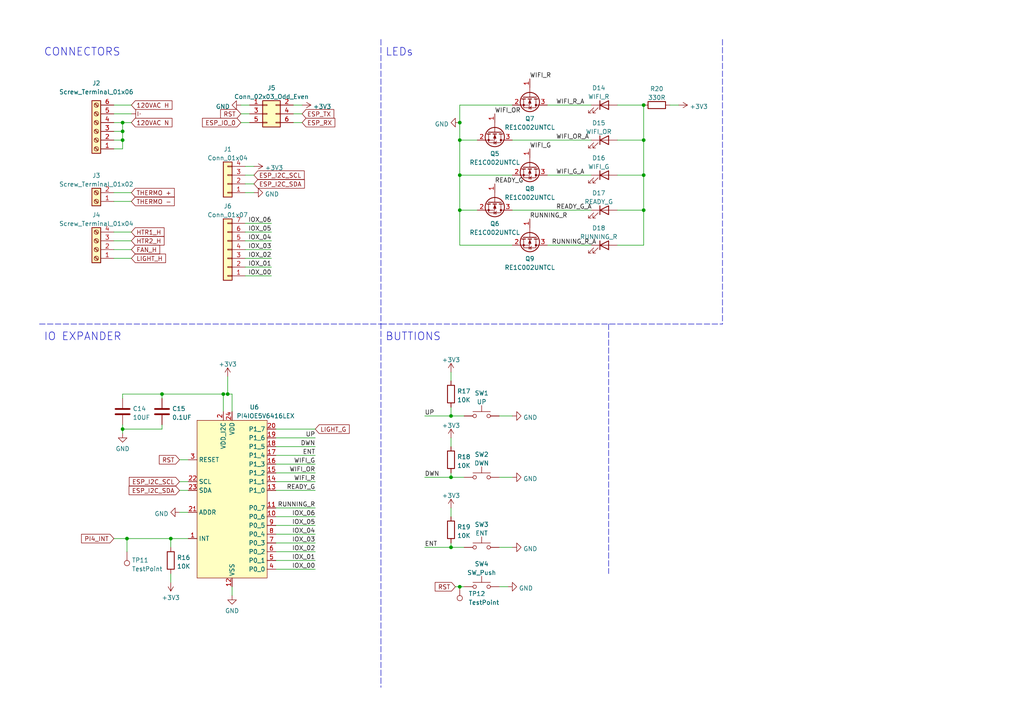
<source format=kicad_sch>
(kicad_sch (version 20211123) (generator eeschema)
  (paper "A4")
  (title_block (title "REFLOW OVEN RETOROFIT BORAD IO") (date "2022-12-25") (rev "B"))
  (lib_symbols
    (symbol "BUK7M6R3-40EX_2" (pin_names hide)
      (property "Reference" "Q1" (at 6.4754 0 90))
      (property "Value" "BUK7M6R3-40EX_2" (at 9.0123 0 90))
      (symbol "BUK7M6R3-40EX_2_0_1"
        (polyline (pts (xy 0.254 0) (xy -2.54 0)))
        (polyline (pts (xy 0.254 1.905) (xy 0.254 -1.905)) (stroke (width 0.254)))
        (polyline (pts (xy 0.762 -1.27) (xy 0.762 -2.286)) (stroke (width 0.254)))
        (polyline (pts (xy 0.762 0.508) (xy 0.762 -0.508)) (stroke (width 0.254)))
        (polyline (pts (xy 0.762 2.286) (xy 0.762 1.27)) (stroke (width 0.254)))
        (polyline (pts (xy 2.54 2.54) (xy 2.54 1.778)))
        (polyline (pts (xy 2.54 -2.54) (xy 2.54 0) (xy 0.762 0)))
        (polyline (pts (xy 0.762 -1.778) (xy 3.302 -1.778) (xy 3.302 1.778) (xy 0.762 1.778)))
        (polyline (pts (xy 1.016 0) (xy 2.032 0.381) (xy 2.032 -0.381) (xy 1.016 0)) (fill (type outline)))
        (polyline (pts (xy 2.794 0.508) (xy 2.921 0.381) (xy 3.683 0.381) (xy 3.81 0.254)))
        (polyline (pts (xy 3.302 0.381) (xy 2.921 -0.254) (xy 3.683 -0.254) (xy 3.302 0.381)))
        (circle (center 1.651 0) (radius 2.794) (stroke (width 0.254)))
        (circle (center 2.54 -1.778) (radius 0.254) (fill (type outline)))
        (circle (center 2.54 1.778) (radius 0.254) (fill (type outline)))
      )
      (symbol "BUK7M6R3-40EX_2_1_1"
        (pin passive line (at -5.08 0 0) (length 2.54) (name "G") (number "1"))
        (pin passive line (at 2.54 -5.08 90) (length 2.54) (name "S") (number "2"))
        (pin passive line (at 2.54 -5.08 90) (length 2.54) hide (name "S") (number "2"))
        (pin passive line (at 2.54 5.08 270) (length 2.54) (name "D") (number "3"))
        (pin passive line (at 2.54 -5.08 90) (length 2.54) hide (name "S") (number "3"))
      )
    )
    (symbol "Connector:Screw_Terminal_01x02" (pin_names (offset 1.016) hide)
      (property "Reference" "J" (at 0 2.54 0))
      (property "Value" "Screw_Terminal_01x02" (at 0 -5.08 0))
      (symbol "Screw_Terminal_01x02_1_1"
        (rectangle (start -1.27 1.27) (end 1.27 -3.81) (stroke (width 0.254)) (fill (type background)))
        (circle (center 0 -2.54) (radius 0.635) (stroke (width 0.1524)))
        (polyline (pts (xy -0.5334 -2.2098) (xy 0.3302 -3.048)) (stroke (width 0.1524)))
        (polyline (pts (xy -0.5334 0.3302) (xy 0.3302 -0.508)) (stroke (width 0.1524)))
        (polyline (pts (xy -0.3556 -2.032) (xy 0.508 -2.8702)) (stroke (width 0.1524)))
        (polyline (pts (xy -0.3556 0.508) (xy 0.508 -0.3302)) (stroke (width 0.1524)))
        (circle (center 0 0) (radius 0.635) (stroke (width 0.1524)))
        (pin passive line (at -5.08 0 0) (length 3.81) (name "Pin_1") (number "1"))
        (pin passive line (at -5.08 -2.54 0) (length 3.81) (name "Pin_2") (number "2"))
      )
    )
    (symbol "Connector:Screw_Terminal_01x04" (pin_names (offset 1.016) hide)
      (property "Reference" "J" (at 0 5.08 0))
      (property "Value" "Screw_Terminal_01x04" (at 0 -7.62 0))
      (symbol "Screw_Terminal_01x04_1_1"
        (rectangle (start -1.27 3.81) (end 1.27 -6.35) (stroke (width 0.254)) (fill (type background)))
        (circle (center 0 -5.08) (radius 0.635) (stroke (width 0.1524)))
        (circle (center 0 -2.54) (radius 0.635) (stroke (width 0.1524)))
        (polyline (pts (xy -0.5334 -4.7498) (xy 0.3302 -5.588)) (stroke (width 0.1524)))
        (polyline (pts (xy -0.5334 -2.2098) (xy 0.3302 -3.048)) (stroke (width 0.1524)))
        (polyline (pts (xy -0.5334 0.3302) (xy 0.3302 -0.508)) (stroke (width 0.1524)))
        (polyline (pts (xy -0.5334 2.8702) (xy 0.3302 2.032)) (stroke (width 0.1524)))
        (polyline (pts (xy -0.3556 -4.572) (xy 0.508 -5.4102)) (stroke (width 0.1524)))
        (polyline (pts (xy -0.3556 -2.032) (xy 0.508 -2.8702)) (stroke (width 0.1524)))
        (polyline (pts (xy -0.3556 0.508) (xy 0.508 -0.3302)) (stroke (width 0.1524)))
        (polyline (pts (xy -0.3556 3.048) (xy 0.508 2.2098)) (stroke (width 0.1524)))
        (circle (center 0 0) (radius 0.635) (stroke (width 0.1524)))
        (circle (center 0 2.54) (radius 0.635) (stroke (width 0.1524)))
        (pin passive line (at -5.08 2.54 0) (length 3.81) (name "Pin_1") (number "1"))
        (pin passive line (at -5.08 0 0) (length 3.81) (name "Pin_2") (number "2"))
        (pin passive line (at -5.08 -2.54 0) (length 3.81) (name "Pin_3") (number "3"))
        (pin passive line (at -5.08 -5.08 0) (length 3.81) (name "Pin_4") (number "4"))
      )
    )
    (symbol "Connector:Screw_Terminal_01x06" (pin_names (offset 1.016) hide)
      (property "Reference" "J" (at 0 7.62 0))
      (property "Value" "Screw_Terminal_01x06" (at 0 -10.16 0))
      (symbol "Screw_Terminal_01x06_1_1"
        (rectangle (start -1.27 6.35) (end 1.27 -8.89) (stroke (width 0.254)) (fill (type background)))
        (circle (center 0 -7.62) (radius 0.635) (stroke (width 0.1524)))
        (circle (center 0 -5.08) (radius 0.635) (stroke (width 0.1524)))
        (circle (center 0 -2.54) (radius 0.635) (stroke (width 0.1524)))
        (polyline (pts (xy -0.5334 -7.2898) (xy 0.3302 -8.128)) (stroke (width 0.1524)))
        (polyline (pts (xy -0.5334 -4.7498) (xy 0.3302 -5.588)) (stroke (width 0.1524)))
        (polyline (pts (xy -0.5334 -2.2098) (xy 0.3302 -3.048)) (stroke (width 0.1524)))
        (polyline (pts (xy -0.5334 0.3302) (xy 0.3302 -0.508)) (stroke (width 0.1524)))
        (polyline (pts (xy -0.5334 2.8702) (xy 0.3302 2.032)) (stroke (width 0.1524)))
        (polyline (pts (xy -0.5334 5.4102) (xy 0.3302 4.572)) (stroke (width 0.1524)))
        (polyline (pts (xy -0.3556 -7.112) (xy 0.508 -7.9502)) (stroke (width 0.1524)))
        (polyline (pts (xy -0.3556 -4.572) (xy 0.508 -5.4102)) (stroke (width 0.1524)))
        (polyline (pts (xy -0.3556 -2.032) (xy 0.508 -2.8702)) (stroke (width 0.1524)))
        (polyline (pts (xy -0.3556 0.508) (xy 0.508 -0.3302)) (stroke (width 0.1524)))
        (polyline (pts (xy -0.3556 3.048) (xy 0.508 2.2098)) (stroke (width 0.1524)))
        (polyline (pts (xy -0.3556 5.588) (xy 0.508 4.7498)) (stroke (width 0.1524)))
        (circle (center 0 0) (radius 0.635) (stroke (width 0.1524)))
        (circle (center 0 2.54) (radius 0.635) (stroke (width 0.1524)))
        (circle (center 0 5.08) (radius 0.635) (stroke (width 0.1524)))
        (pin passive line (at -5.08 5.08 0) (length 3.81) (name "Pin_1") (number "1"))
        (pin passive line (at -5.08 2.54 0) (length 3.81) (name "Pin_2") (number "2"))
        (pin passive line (at -5.08 0 0) (length 3.81) (name "Pin_3") (number "3"))
        (pin passive line (at -5.08 -2.54 0) (length 3.81) (name "Pin_4") (number "4"))
        (pin passive line (at -5.08 -5.08 0) (length 3.81) (name "Pin_5") (number "5"))
        (pin passive line (at -5.08 -7.62 0) (length 3.81) (name "Pin_6") (number "6"))
      )
    )
    (symbol "Connector:TestPoint" (pin_numbers hide) (pin_names (offset 0.762) hide)
      (property "Reference" "TP" (at 0 6.858 0))
      (property "Value" "TestPoint" (at 0 5.08 0))
      (symbol "TestPoint_0_1"
        (circle (center 0 3.302) (radius 0.762))
      )
      (symbol "TestPoint_1_1"
        (pin passive line (at 0 0 90) (length 2.54) (name "1") (number "1"))
      )
    )
    (symbol "Connector_Generic:Conn_01x04" (pin_names (offset 1.016) hide)
      (property "Reference" "J" (at 0 5.08 0))
      (property "Value" "Conn_01x04" (at 0 -7.62 0))
      (symbol "Conn_01x04_1_1"
        (rectangle (start -1.27 -4.953) (end 0 -5.207) (stroke (width 0.1524)))
        (rectangle (start -1.27 -2.413) (end 0 -2.667) (stroke (width 0.1524)))
        (rectangle (start -1.27 0.127) (end 0 -0.127) (stroke (width 0.1524)))
        (rectangle (start -1.27 2.667) (end 0 2.413) (stroke (width 0.1524)))
        (rectangle (start -1.27 3.81) (end 1.27 -6.35) (stroke (width 0.254)) (fill (type background)))
        (pin passive line (at -5.08 2.54 0) (length 3.81) (name "Pin_1") (number "1"))
        (pin passive line (at -5.08 0 0) (length 3.81) (name "Pin_2") (number "2"))
        (pin passive line (at -5.08 -2.54 0) (length 3.81) (name "Pin_3") (number "3"))
        (pin passive line (at -5.08 -5.08 0) (length 3.81) (name "Pin_4") (number "4"))
      )
    )
    (symbol "Connector_Generic:Conn_01x07" (pin_names (offset 1.016) hide)
      (property "Reference" "J" (at 0 10.16 0))
      (property "Value" "Conn_01x07" (at 0 -10.16 0))
      (symbol "Conn_01x07_1_1"
        (rectangle (start -1.27 -7.493) (end 0 -7.747) (stroke (width 0.1524)))
        (rectangle (start -1.27 -4.953) (end 0 -5.207) (stroke (width 0.1524)))
        (rectangle (start -1.27 -2.413) (end 0 -2.667) (stroke (width 0.1524)))
        (rectangle (start -1.27 0.127) (end 0 -0.127) (stroke (width 0.1524)))
        (rectangle (start -1.27 2.667) (end 0 2.413) (stroke (width 0.1524)))
        (rectangle (start -1.27 5.207) (end 0 4.953) (stroke (width 0.1524)))
        (rectangle (start -1.27 7.747) (end 0 7.493) (stroke (width 0.1524)))
        (rectangle (start -1.27 8.89) (end 1.27 -8.89) (stroke (width 0.254)) (fill (type background)))
        (pin passive line (at -5.08 7.62 0) (length 3.81) (name "Pin_1") (number "1"))
        (pin passive line (at -5.08 5.08 0) (length 3.81) (name "Pin_2") (number "2"))
        (pin passive line (at -5.08 2.54 0) (length 3.81) (name "Pin_3") (number "3"))
        (pin passive line (at -5.08 0 0) (length 3.81) (name "Pin_4") (number "4"))
        (pin passive line (at -5.08 -2.54 0) (length 3.81) (name "Pin_5") (number "5"))
        (pin passive line (at -5.08 -5.08 0) (length 3.81) (name "Pin_6") (number "6"))
        (pin passive line (at -5.08 -7.62 0) (length 3.81) (name "Pin_7") (number "7"))
      )
    )
    (symbol "Connector_Generic:Conn_02x03_Odd_Even" (pin_names (offset 1.016) hide)
      (property "Reference" "J" (at 1.27 5.08 0))
      (property "Value" "Conn_02x03_Odd_Even" (at 1.27 -5.08 0))
      (symbol "Conn_02x03_Odd_Even_1_1"
        (rectangle (start -1.27 -2.413) (end 0 -2.667) (stroke (width 0.1524)))
        (rectangle (start -1.27 0.127) (end 0 -0.127) (stroke (width 0.1524)))
        (rectangle (start -1.27 2.667) (end 0 2.413) (stroke (width 0.1524)))
        (rectangle (start -1.27 3.81) (end 3.81 -3.81) (stroke (width 0.254)) (fill (type background)))
        (rectangle (start 3.81 -2.413) (end 2.54 -2.667) (stroke (width 0.1524)))
        (rectangle (start 3.81 0.127) (end 2.54 -0.127) (stroke (width 0.1524)))
        (rectangle (start 3.81 2.667) (end 2.54 2.413) (stroke (width 0.1524)))
        (pin passive line (at -5.08 2.54 0) (length 3.81) (name "Pin_1") (number "1"))
        (pin passive line (at 7.62 2.54 180) (length 3.81) (name "Pin_2") (number "2"))
        (pin passive line (at -5.08 0 0) (length 3.81) (name "Pin_3") (number "3"))
        (pin passive line (at 7.62 0 180) (length 3.81) (name "Pin_4") (number "4"))
        (pin passive line (at -5.08 -2.54 0) (length 3.81) (name "Pin_5") (number "5"))
        (pin passive line (at 7.62 -2.54 180) (length 3.81) (name "Pin_6") (number "6"))
      )
    )
    (symbol "Device:C" (pin_numbers hide) (pin_names (offset 0.254))
      (property "Reference" "C" (at 0.635 2.54 0))
      (property "Value" "C" (at 0.635 -2.54 0))
      (symbol "C_0_1"
        (polyline (pts (xy -2.032 -0.762) (xy 2.032 -0.762)) (stroke (width 0.508)))
        (polyline (pts (xy -2.032 0.762) (xy 2.032 0.762)) (stroke (width 0.508)))
      )
      (symbol "C_1_1"
        (pin passive line (at 0 3.81 270) (length 2.794) (name "~") (number "1"))
        (pin passive line (at 0 -3.81 90) (length 2.794) (name "~") (number "2"))
      )
    )
    (symbol "Device:LED" (pin_numbers hide) (pin_names (offset 1.016) hide)
      (property "Reference" "D" (at 0 2.54 0))
      (property "Value" "LED" (at 0 -2.54 0))
      (symbol "LED_0_1"
        (polyline (pts (xy -1.27 -1.27) (xy -1.27 1.27)) (stroke (width 0.254)))
        (polyline (pts (xy -1.27 0) (xy 1.27 0)))
        (polyline (pts (xy 1.27 -1.27) (xy 1.27 1.27) (xy -1.27 0) (xy 1.27 -1.27)) (stroke (width 0.254)))
        (polyline (pts (xy -3.048 -0.762) (xy -4.572 -2.286) (xy -3.81 -2.286) (xy -4.572 -2.286) (xy -4.572 -1.524)))
        (polyline (pts (xy -1.778 -0.762) (xy -3.302 -2.286) (xy -2.54 -2.286) (xy -3.302 -2.286) (xy -3.302 -1.524)))
      )
      (symbol "LED_1_1"
        (pin passive line (at -3.81 0 0) (length 2.54) (name "K") (number "1"))
        (pin passive line (at 3.81 0 180) (length 2.54) (name "A") (number "2"))
      )
    )
    (symbol "Device:R" (pin_numbers hide) (pin_names (offset 0))
      (property "Reference" "R" (at 2.032 0 90))
      (property "Value" "R" (at 0 0 90))
      (symbol "R_0_1"
        (rectangle (start -1.016 -2.54) (end 1.016 2.54) (stroke (width 0.254)))
      )
      (symbol "R_1_1"
        (pin passive line (at 0 3.81 270) (length 1.27) (name "~") (number "1"))
        (pin passive line (at 0 -3.81 90) (length 1.27) (name "~") (number "2"))
      )
    )
    (symbol "EXTRA:PI4IOE5V6416LEX"
      (property "Reference" "U" (at 0 -2.54 0))
      (property "Value" "PI4IOE5V6416LEX" (at 0 0 0))
      (symbol "PI4IOE5V6416LEX_0_1"
        (rectangle (start -10.16 -10.16) (end 10.16 -55.88) (fill (type background)))
      )
      (symbol "PI4IOE5V6416LEX_1_1"
        (pin output line (at -12.7 -44.45 0) (length 2.54) (name "INT") (number "1"))
        (pin bidirectional line (at 12.7 -38.1 180) (length 2.54) (name "P0_6") (number "10"))
        (pin bidirectional line (at 12.7 -35.56 180) (length 2.54) (name "P0_7") (number "11"))
        (pin power_in line (at 0 -58.42 90) (length 2.54) (name "VSS") (number "12"))
        (pin bidirectional line (at 12.7 -30.48 180) (length 2.54) (name "P1_0") (number "13"))
        (pin bidirectional line (at 12.7 -27.94 180) (length 2.54) (name "P1_1") (number "14"))
        (pin bidirectional line (at 12.7 -25.4 180) (length 2.54) (name "P1_2") (number "15"))
        (pin bidirectional line (at 12.7 -22.86 180) (length 2.54) (name "P1_3") (number "16"))
        (pin bidirectional line (at 12.7 -20.32 180) (length 2.54) (name "P1_4") (number "17"))
        (pin bidirectional line (at 12.7 -17.78 180) (length 2.54) (name "P1_5") (number "18"))
        (pin bidirectional line (at 12.7 -15.24 180) (length 2.54) (name "P1_6") (number "19"))
        (pin power_in line (at -2.54 -7.62 270) (length 2.54) (name "VDD_I2C") (number "2"))
        (pin bidirectional line (at 12.7 -12.7 180) (length 2.54) (name "P1_7") (number "20"))
        (pin input line (at -12.7 -36.83 0) (length 2.54) (name "ADDR") (number "21"))
        (pin input line (at -12.7 -27.94 0) (length 2.54) (name "SCL") (number "22"))
        (pin bidirectional line (at -12.7 -30.48 0) (length 2.54) (name "SDA") (number "23"))
        (pin power_in line (at 0 -7.62 270) (length 2.54) (name "VDD") (number "24"))
        (pin input line (at -12.7 -21.59 0) (length 2.54) (name "RESET") (number "3"))
        (pin bidirectional line (at 12.7 -53.34 180) (length 2.54) (name "P0_0") (number "4"))
        (pin bidirectional line (at 12.7 -50.8 180) (length 2.54) (name "P0_1") (number "5"))
        (pin bidirectional line (at 12.7 -48.26 180) (length 2.54) (name "P0_2") (number "6"))
        (pin bidirectional line (at 12.7 -45.72 180) (length 2.54) (name "P0_3") (number "7"))
        (pin bidirectional line (at 12.7 -43.18 180) (length 2.54) (name "P0_4") (number "8"))
        (pin bidirectional line (at 12.7 -40.64 180) (length 2.54) (name "P0_5") (number "9"))
      )
    )
    (symbol "Switch:SW_Push" (pin_numbers hide) (pin_names (offset 1.016) hide)
      (property "Reference" "SW" (at 1.27 2.54 0))
      (property "Value" "SW_Push" (at 0 -1.524 0))
      (symbol "SW_Push_0_1"
        (circle (center -2.032 0) (radius 0.508))
        (polyline (pts (xy 0 1.27) (xy 0 3.048)))
        (polyline (pts (xy 2.54 1.27) (xy -2.54 1.27)))
        (circle (center 2.032 0) (radius 0.508))
        (pin passive line (at -5.08 0 0) (length 2.54) (name "1") (number "1"))
        (pin passive line (at 5.08 0 180) (length 2.54) (name "2") (number "2"))
      )
    )
    (symbol "power:+3V3" (power) (pin_names (offset 0))
      (property "Value" "+3V3" (at 0 3.556 0))
      (symbol "+3V3_0_1"
        (polyline (pts (xy -0.762 1.27) (xy 0 2.54)))
        (polyline (pts (xy 0 0) (xy 0 2.54)))
        (polyline (pts (xy 0 2.54) (xy 0.762 1.27)))
      )
      (symbol "+3V3_1_1"
        (pin power_in line (at 0 0 90) (length 0) hide (name "+3V3") (number "1"))
      )
    )
    (symbol "power:Earth" (power) (pin_names (offset 0))
      (symbol "Earth_0_1"
        (polyline (pts (xy -0.635 -1.905) (xy 0.635 -1.905)))
        (polyline (pts (xy -0.127 -2.54) (xy 0.127 -2.54)))
        (polyline (pts (xy 0 -1.27) (xy 0 0)))
        (polyline (pts (xy 1.27 -1.27) (xy -1.27 -1.27)))
      )
      (symbol "Earth_1_1"
        (pin power_in line (at 0 0 270) (length 0) hide (name "Earth") (number "1"))
      )
    )
    (symbol "power:GND" (power) (pin_names (offset 0))
      (property "Value" "GND" (at 0 -3.81 0))
      (symbol "GND_0_1"
        (polyline (pts (xy 0 0) (xy 0 -1.27) (xy 1.27 -1.27) (xy 0 -2.54) (xy -1.27 -1.27) (xy 0 -1.27)))
      )
      (symbol "GND_1_1"
        (pin power_in line (at 0 0 270) (length 0) hide (name "GND") (number "1"))
      )
    )
  )
  (junction (at 186.69 60.96))
  (junction (at 130.81 158.75))
  (junction (at 130.81 138.43))
  (junction (at 35.56 40.64))
  (junction (at 46.99 114.3))
  (junction (at 49.53 156.21))
  (junction (at 130.81 120.65))
  (junction (at 35.56 38.1))
  (junction (at 186.69 50.8))
  (junction (at 186.69 30.48))
  (junction (at 133.35 35.56))
  (junction (at 133.35 40.64))
  (junction (at 35.56 124.46))
  (junction (at 133.35 50.8))
  (junction (at 35.56 35.56))
  (junction (at 186.69 40.64))
  (junction (at 133.35 60.96))
  (junction (at 64.77 114.3))
  (junction (at 36.83 156.21))
  (junction (at 66.04 114.3))
  (junction (at 133.35 170.18))
  (wire (pts (xy 80.01 162.56) (xy 91.44 162.56)))
  (wire (pts (xy 144.78 120.65) (xy 148.59 120.65)))
  (polyline (pts (xy 11.43 93.98) (xy 110.49 93.98)))
  (wire (pts (xy 133.35 50.8) (xy 148.59 50.8)))
  (wire (pts (xy 80.01 152.4) (xy 91.44 152.4)))
  (wire (pts (xy 134.62 120.65) (xy 130.81 120.65)))
  (wire (pts (xy 85.09 33.02) (xy 87.63 33.02)))
  (wire (pts (xy 33.02 30.48) (xy 38.1 30.48)))
  (wire (pts (xy 66.04 109.22) (xy 66.04 114.3)))
  (wire (pts (xy 33.02 38.1) (xy 35.56 38.1)))
  (wire (pts (xy 130.81 157.48) (xy 130.81 158.75)))
  (wire (pts (xy 71.12 80.01) (xy 78.74 80.01)))
  (wire (pts (xy 147.32 170.18) (xy 144.78 170.18)))
  (wire (pts (xy 133.35 50.8) (xy 133.35 60.96)))
  (wire (pts (xy 52.07 142.24) (xy 54.61 142.24)))
  (wire (pts (xy 80.01 134.62) (xy 91.44 134.62)))
  (wire (pts (xy 179.07 40.64) (xy 186.69 40.64)))
  (wire (pts (xy 80.01 154.94) (xy 91.44 154.94)))
  (wire (pts (xy 46.99 123.19) (xy 46.99 124.46)))
  (wire (pts (xy 71.12 69.85) (xy 78.74 69.85)))
  (wire (pts (xy 71.12 74.93) (xy 78.74 74.93)))
  (wire (pts (xy 46.99 114.3) (xy 35.56 114.3)))
  (wire (pts (xy 80.01 147.32) (xy 91.44 147.32)))
  (wire (pts (xy 148.59 30.48) (xy 133.35 30.48)))
  (wire (pts (xy 33.02 55.88) (xy 38.1 55.88)))
  (wire (pts (xy 35.56 114.3) (xy 35.56 115.57)))
  (wire (pts (xy 33.02 156.21) (xy 36.83 156.21)))
  (wire (pts (xy 80.01 129.54) (xy 91.44 129.54)))
  (wire (pts (xy 33.02 43.18) (xy 35.56 43.18)))
  (wire (pts (xy 71.12 64.77) (xy 78.74 64.77)))
  (wire (pts (xy 130.81 138.43) (xy 134.62 138.43)))
  (wire (pts (xy 80.01 142.24) (xy 91.44 142.24)))
  (polyline (pts (xy 110.49 11.43) (xy 110.49 199.39)))
  (wire (pts (xy 186.69 30.48) (xy 186.69 40.64)))
  (wire (pts (xy 123.19 138.43) (xy 130.81 138.43)))
  (wire (pts (xy 144.78 158.75) (xy 148.59 158.75)))
  (wire (pts (xy 123.19 158.75) (xy 130.81 158.75)))
  (wire (pts (xy 133.35 60.96) (xy 138.43 60.96)))
  (wire (pts (xy 130.81 147.32) (xy 130.81 149.86)))
  (wire (pts (xy 80.01 157.48) (xy 91.44 157.48)))
  (wire (pts (xy 67.31 114.3) (xy 66.04 114.3)))
  (wire (pts (xy 80.01 137.16) (xy 91.44 137.16)))
  (wire (pts (xy 36.83 156.21) (xy 36.83 160.02)))
  (wire (pts (xy 133.35 35.56) (xy 133.35 40.64)))
  (wire (pts (xy 52.07 148.59) (xy 54.61 148.59)))
  (wire (pts (xy 130.81 137.16) (xy 130.81 138.43)))
  (wire (pts (xy 33.02 72.39) (xy 38.1 72.39)))
  (wire (pts (xy 148.59 40.64) (xy 171.45 40.64)))
  (wire (pts (xy 33.02 35.56) (xy 35.56 35.56)))
  (wire (pts (xy 130.81 107.95) (xy 130.81 110.49)))
  (wire (pts (xy 35.56 38.1) (xy 35.56 40.64)))
  (wire (pts (xy 33.02 74.93) (xy 38.1 74.93)))
  (wire (pts (xy 130.81 120.65) (xy 130.81 118.11)))
  (wire (pts (xy 133.35 40.64) (xy 138.43 40.64)))
  (wire (pts (xy 35.56 35.56) (xy 38.1 35.56)))
  (wire (pts (xy 71.12 50.8) (xy 73.66 50.8)))
  (wire (pts (xy 123.19 120.65) (xy 130.81 120.65)))
  (polyline (pts (xy 176.53 93.98) (xy 176.53 166.37)))
  (wire (pts (xy 80.01 124.46) (xy 91.44 124.46)))
  (wire (pts (xy 80.01 160.02) (xy 91.44 160.02)))
  (wire (pts (xy 80.01 165.1) (xy 91.44 165.1)))
  (wire (pts (xy 133.35 170.18) (xy 132.08 170.18)))
  (wire (pts (xy 67.31 119.38) (xy 67.31 114.3)))
  (wire (pts (xy 35.56 123.19) (xy 35.56 124.46)))
  (wire (pts (xy 71.12 53.34) (xy 73.66 53.34)))
  (wire (pts (xy 85.09 35.56) (xy 87.63 35.56)))
  (wire (pts (xy 158.75 30.48) (xy 171.45 30.48)))
  (wire (pts (xy 186.69 40.64) (xy 186.69 50.8)))
  (wire (pts (xy 80.01 127) (xy 91.44 127)))
  (wire (pts (xy 133.35 71.12) (xy 148.59 71.12)))
  (wire (pts (xy 186.69 71.12) (xy 179.07 71.12)))
  (wire (pts (xy 133.35 40.64) (xy 133.35 50.8)))
  (wire (pts (xy 85.09 30.48) (xy 87.63 30.48)))
  (wire (pts (xy 133.35 30.48) (xy 133.35 35.56)))
  (wire (pts (xy 80.01 149.86) (xy 91.44 149.86)))
  (wire (pts (xy 71.12 67.31) (xy 78.74 67.31)))
  (wire (pts (xy 33.02 58.42) (xy 38.1 58.42)))
  (wire (pts (xy 80.01 139.7) (xy 91.44 139.7)))
  (wire (pts (xy 52.07 139.7) (xy 54.61 139.7)))
  (wire (pts (xy 33.02 33.02) (xy 38.1 33.02)))
  (wire (pts (xy 130.81 127) (xy 130.81 129.54)))
  (wire (pts (xy 186.69 60.96) (xy 186.69 71.12)))
  (wire (pts (xy 35.56 124.46) (xy 35.56 125.73)))
  (wire (pts (xy 69.85 33.02) (xy 72.39 33.02)))
  (wire (pts (xy 33.02 40.64) (xy 35.56 40.64)))
  (wire (pts (xy 46.99 115.57) (xy 46.99 114.3)))
  (wire (pts (xy 36.83 156.21) (xy 49.53 156.21)))
  (wire (pts (xy 33.02 67.31) (xy 38.1 67.31)))
  (wire (pts (xy 67.31 170.18) (xy 67.31 172.72)))
  (wire (pts (xy 194.31 30.48) (xy 196.85 30.48)))
  (wire (pts (xy 130.81 158.75) (xy 134.62 158.75)))
  (wire (pts (xy 66.04 114.3) (xy 64.77 114.3)))
  (wire (pts (xy 69.85 30.48) (xy 72.39 30.48)))
  (wire (pts (xy 179.07 60.96) (xy 186.69 60.96)))
  (wire (pts (xy 52.07 133.35) (xy 54.61 133.35)))
  (wire (pts (xy 46.99 114.3) (xy 64.77 114.3)))
  (wire (pts (xy 71.12 48.26) (xy 73.66 48.26)))
  (polyline (pts (xy 209.55 11.43) (xy 209.55 93.98)))
  (wire (pts (xy 71.12 55.88) (xy 73.66 55.88)))
  (wire (pts (xy 71.12 77.47) (xy 78.74 77.47)))
  (wire (pts (xy 35.56 40.64) (xy 35.56 43.18)))
  (wire (pts (xy 49.53 156.21) (xy 49.53 158.75)))
  (wire (pts (xy 158.75 71.12) (xy 171.45 71.12)))
  (wire (pts (xy 46.99 124.46) (xy 35.56 124.46)))
  (wire (pts (xy 80.01 132.08) (xy 91.44 132.08)))
  (wire (pts (xy 49.53 166.37) (xy 49.53 168.91)))
  (wire (pts (xy 71.12 72.39) (xy 78.74 72.39)))
  (wire (pts (xy 186.69 50.8) (xy 186.69 60.96)))
  (wire (pts (xy 179.07 30.48) (xy 186.69 30.48)))
  (wire (pts (xy 69.85 35.56) (xy 72.39 35.56)))
  (wire (pts (xy 49.53 156.21) (xy 54.61 156.21)))
  (polyline (pts (xy 110.49 93.98) (xy 209.55 93.98)))
  (wire (pts (xy 64.77 119.38) (xy 64.77 114.3)))
  (wire (pts (xy 33.02 69.85) (xy 38.1 69.85)))
  (wire (pts (xy 158.75 50.8) (xy 171.45 50.8)))
  (wire (pts (xy 133.35 60.96) (xy 133.35 71.12)))
  (wire (pts (xy 35.56 35.56) (xy 35.56 38.1)))
  (wire (pts (xy 179.07 50.8) (xy 186.69 50.8)))
  (wire (pts (xy 134.62 170.18) (xy 133.35 170.18)))
  (wire (pts (xy 148.59 60.96) (xy 171.45 60.96)))
  (wire (pts (xy 144.78 138.43) (xy 148.59 138.43)))
  (text "CONNECTORS" (at 12.7 16.51 0) (effects (font (size 2.25 2.25)) (justify left bottom)))
  (text "BUTTIONS" (at 111.76 99.06 0) (effects (font (size 2.25 2.25)) (justify left bottom)))
  (text "LEDs" (at 111.76 16.51 0) (effects (font (size 2.25 2.25)) (justify left bottom)))
  (text "IO EXPANDER\n" (at 12.7 99.06 0) (effects (font (size 2.25 2.25)) (justify left bottom)))
  (label "IOX_01" (at 78.74 77.47 180))
  (label "IOX_00" (at 91.44 165.1 180))
  (label "WIFI_R" (at 153.67 22.86 0))
  (label "RUNNING_R" (at 153.67 63.5 0))
  (label "UP" (at 123.19 120.65 0))
  (label "IOX_06" (at 78.74 64.77 180))
  (label "IOX_00" (at 78.74 80.01 180))
  (label "READY_G_A" (at 161.29 60.96 0))
  (label "WIFI_R_A" (at 161.29 30.48 0))
  (label "WIFI_OR" (at 143.51 33.02 0))
  (label "RUNNING_R_A" (at 160.02 71.12 0))
  (label "WIFI_R" (at 91.44 139.7 180))
  (label "IOX_03" (at 78.74 72.39 180))
  (label "IOX_01" (at 91.44 162.56 180))
  (label "IOX_02" (at 91.44 160.02 180))
  (label "WIFI_G_A" (at 161.29 50.8 0))
  (label "IOX_03" (at 91.44 157.48 180))
  (label "WIFI_OR" (at 91.44 137.16 180))
  (label "READY_G" (at 91.44 142.24 180))
  (label "RUNNING_R" (at 91.44 147.32 180))
  (label "DWN" (at 91.44 129.54 180))
  (label "WIFI_G" (at 153.67 43.18 0))
  (label "IOX_06" (at 91.44 149.86 180))
  (label "IOX_02" (at 78.74 74.93 180))
  (label "IOX_04" (at 78.74 69.85 180))
  (label "WIFI_OR_A" (at 161.29 40.64 0))
  (label "IOX_04" (at 91.44 154.94 180))
  (label "WIFI_G" (at 91.44 134.62 180))
  (label "ENT" (at 123.19 158.75 0))
  (label "DWN" (at 123.19 138.43 0))
  (label "READY_G" (at 143.51 53.34 0))
  (label "ENT" (at 91.44 132.08 180))
  (label "UP" (at 91.44 127 180))
  (label "IOX_05" (at 91.44 152.4 180))
  (label "IOX_05" (at 78.74 67.31 180))
  (global_label "PI4_INT" (shape input) (at 33.02 156.21 180) (property "Intersheet References" "${INTERSHEET_REFS}" (effects hide)))
  (global_label "ESP_I2C_SCL" (shape input) (at 52.07 139.7 180) (property "Intersheet References" "${INTERSHEET_REFS}" (effects hide)))
  (global_label "RST" (shape input) (at 52.07 133.35 180) (property "Intersheet References" "${INTERSHEET_REFS}" (effects hide)))
  (global_label "ESP_I2C_SDA" (shape input) (at 73.66 53.34 0) (property "Intersheet References" "${INTERSHEET_REFS}" (effects hide)))
  (global_label "ESP_IO_0" (shape input) (at 69.85 35.56 180) (property "Intersheet References" "${INTERSHEET_REFS}" (effects hide)))
  (global_label "120VAC N" (shape input) (at 38.1 35.56 0) (property "Intersheet References" "${INTERSHEET_REFS}" (effects hide)))
  (global_label "RST" (shape input) (at 132.08 170.18 180) (property "Intersheet References" "${INTERSHEET_REFS}" (effects hide)))
  (global_label "RST" (shape input) (at 69.85 33.02 180) (property "Intersheet References" "${INTERSHEET_REFS}" (effects hide)))
  (global_label "HTR2_H" (shape input) (at 38.1 69.85 0) (property "Intersheet References" "${INTERSHEET_REFS}" (effects hide)))
  (global_label "LIGHT_H" (shape input) (at 38.1 74.93 0) (property "Intersheet References" "${INTERSHEET_REFS}" (effects hide)))
  (global_label "THERMO +" (shape input) (at 38.1 55.88 0) (property "Intersheet References" "${INTERSHEET_REFS}" (effects hide)))
  (global_label "LIGHT_G" (shape input) (at 91.44 124.46 0) (property "Intersheet References" "${INTERSHEET_REFS}" (effects hide)))
  (global_label "FAN_H" (shape input) (at 38.1 72.39 0) (property "Intersheet References" "${INTERSHEET_REFS}" (effects hide)))
  (global_label "ESP_RX" (shape input) (at 87.63 35.56 0) (property "Intersheet References" "${INTERSHEET_REFS}" (effects hide)))
  (global_label "ESP_TX" (shape input) (at 87.63 33.02 0) (property "Intersheet References" "${INTERSHEET_REFS}" (effects hide)))
  (global_label "THERMO -" (shape input) (at 38.1 58.42 0) (property "Intersheet References" "${INTERSHEET_REFS}" (effects hide)))
  (global_label "ESP_I2C_SDA" (shape input) (at 52.07 142.24 180) (property "Intersheet References" "${INTERSHEET_REFS}" (effects hide)))
  (global_label "HTR1_H" (shape input) (at 38.1 67.31 0) (property "Intersheet References" "${INTERSHEET_REFS}" (effects hide)))
  (global_label "ESP_I2C_SCL" (shape input) (at 73.66 50.8 0) (property "Intersheet References" "${INTERSHEET_REFS}" (effects hide)))
  (global_label "120VAC H" (shape input) (at 38.1 30.48 0) (property "Intersheet References" "${INTERSHEET_REFS}" (effects hide)))
  (symbol (lib_name "BUK7M6R3-40EX_2") (lib_id "Transistor_FET:BUK7M6R3-40EX") (at 153.67 48.26 270) (unit 1)
    (property "Reference" "Q8" (at 153.67 54.7354 90))
    (property "Value" "RE1C002UNTCL" (at 153.67 57.2723 90))
    (property "Footprint" "Package_TO_SOT_SMD:SOT-416" (effects hide))
    (property "Datasheet" "https://assets.nexperia.com/documents/data-sheet/BUK7M6R3-40E.pdf" (effects hide))
  )
  (symbol (lib_id "Connector_Generic:Conn_01x07") (at 66.04 72.39 180) (unit 1)
    (property "Reference" "J6" (at 66.04 59.8002 0))
    (property "Value" "Conn_01x07" (at 66.04 62.3371 0))
    (property "Footprint" "Connector_PinHeader_2.54mm:PinHeader_1x07_P2.54mm_Vertical" (effects hide))
  )
  (symbol (lib_id "Switch:SW_Push") (at 139.7 158.75 0) (unit 1)
    (property "Reference" "SW3" (at 139.7 152.1292 0))
    (property "Value" "ENT" (at 139.7 154.6661 0))
    (property "Footprint" "Button_Switch_Keyboard:SW_Cherry_MX_1.00u_PCB" (effects hide))
  )
  (symbol (lib_id "Device:LED") (at 175.26 71.12 0) (unit 1)
    (property "Reference" "D18" (at 173.6725 66.1502 0))
    (property "Value" "RUNNING_R" (at 173.6725 68.6871 0))
    (property "Footprint" "Diode_SMD:D_0603_1608Metric" (effects hide))
  )
  (symbol (lib_id "power:GND") (at 147.32 170.18 90) (mirror x) (unit 1)
    (property "Reference" "#PWR051" (effects hide))
    (property "Value" "GND" (at 150.4949 170.6138 90) (effects (justify right)))
  )
  (symbol (lib_id "power:GND") (at 52.07 148.59 270) (unit 1)
    (property "Reference" "#PWR045" (effects hide))
    (property "Value" "GND" (at 48.8951 149.0238 90) (effects (justify right)))
  )
  (symbol (lib_id "power:GND") (at 69.85 30.48 270) (unit 1)
    (property "Reference" "#PWR038" (effects hide))
    (property "Value" "GND" (at 66.6751 30.9138 90) (effects (justify right)))
  )
  (symbol (lib_id "Connector:Screw_Terminal_01x06") (at 27.94 38.1 180) (unit 1)
    (property "Reference" "J2" (at 27.94 24.13 0))
    (property "Value" "Screw_Terminal_01x06" (at 27.94 26.67 0))
    (property "Footprint" "EXTRA:SCREW_TERM_5MM_7" (effects hide))
  )
  (symbol (lib_id "power:+3V3") (at 73.66 48.26 270) (unit 1)
    (property "Reference" "#PWR039" (effects hide))
    (property "Value" "+3V3" (at 76.835 48.6938 90) (effects (justify left)))
  )
  (symbol (lib_name "BUK7M6R3-40EX_2") (lib_id "Transistor_FET:BUK7M6R3-40EX") (at 153.67 68.58 270) (unit 1)
    (property "Reference" "Q9" (at 153.67 75.0554 90))
    (property "Value" "RE1C002UNTCL" (at 153.67 77.5923 90))
    (property "Footprint" "Package_TO_SOT_SMD:SOT-416" (effects hide))
    (property "Datasheet" "https://assets.nexperia.com/documents/data-sheet/BUK7M6R3-40E.pdf" (effects hide))
  )
  (symbol (lib_id "power:GND") (at 73.66 55.88 90) (unit 1)
    (property "Reference" "#PWR040" (effects hide))
    (property "Value" "GND" (at 76.835 56.3138 90) (effects (justify right)))
  )
  (symbol (lib_id "power:GND") (at 67.31 172.72 0) (unit 1)
    (property "Reference" "#PWR047" (effects hide))
    (property "Value" "GND" (at 67.31 177.1634 0))
  )
  (symbol (lib_id "power:+3V3") (at 66.04 109.22 0) (unit 1)
    (property "Reference" "#PWR046" (effects hide))
    (property "Value" "+3V3" (at 66.04 105.6442 0))
  )
  (symbol (lib_id "Device:R") (at 49.53 162.56 0) (unit 1)
    (property "Reference" "R16" (at 51.308 161.7253 0) (effects (justify left)))
    (property "Value" "10K" (at 51.308 164.2622 0) (effects (justify left)))
    (property "Footprint" "Resistor_SMD:R_0603_1608Metric" (effects hide))
  )
  (symbol (lib_id "power:+3V3") (at 87.63 30.48 270) (unit 1)
    (property "Reference" "#PWR042" (effects hide))
    (property "Value" "+3V3" (at 90.805 30.9138 90) (effects (justify left)))
  )
  (symbol (lib_id "EXTRA:PI4IOE5V6416LEX") (at 67.31 111.76 0) (unit 1)
    (property "Reference" "U6" (at 72.39 118.11 0) (effects (justify left)))
    (property "Value" "PI4IOE5V6416LEX" (at 68.58 120.65 0) (effects (justify left)))
    (property "Footprint" "Package_SO:TSSOP-24_4.4x7.8mm_P0.65mm" (effects hide))
  )
  (symbol (lib_id "Device:LED") (at 175.26 40.64 0) (unit 1)
    (property "Reference" "D15" (at 173.6725 35.6702 0))
    (property "Value" "WIFI_OR" (at 173.6725 38.2071 0))
    (property "Footprint" "Diode_SMD:D_0603_1608Metric" (effects hide))
  )
  (symbol (lib_id "power:GND") (at 148.59 138.43 90) (unit 1)
    (property "Reference" "#PWR054" (effects hide))
    (property "Value" "GND" (at 151.765 138.8638 90) (effects (justify right)))
  )
  (symbol (lib_id "power:GND") (at 148.59 120.65 90) (unit 1)
    (property "Reference" "#PWR053" (effects hide))
    (property "Value" "GND" (at 151.765 121.0838 90) (effects (justify right)))
  )
  (symbol (lib_id "power:GND") (at 148.59 158.75 90) (unit 1)
    (property "Reference" "#PWR055" (effects hide))
    (property "Value" "GND" (at 151.765 159.1838 90) (effects (justify right)))
  )
  (symbol (lib_id "Device:LED") (at 175.26 50.8 0) (unit 1)
    (property "Reference" "D16" (at 173.6725 45.8302 0))
    (property "Value" "WIFI_G" (at 173.6725 48.3671 0))
    (property "Footprint" "Diode_SMD:D_0603_1608Metric" (effects hide))
  )
  (symbol (lib_id "power:+3V3") (at 49.53 168.91 180) (unit 1)
    (property "Reference" "#PWR044" (effects hide))
    (property "Value" "+3V3" (at 49.53 173.3534 0))
  )
  (symbol (lib_id "Switch:SW_Push") (at 139.7 170.18 0) (mirror y) (unit 1)
    (property "Reference" "SW4" (at 139.7 163.5592 0))
    (property "Value" "SW_Push" (at 139.7 166.0961 0))
    (property "Footprint" "Button_Switch_Keyboard:SW_Cherry_MX_1.00u_PCB" (effects hide))
  )
  (symbol (lib_name "BUK7M6R3-40EX_2") (lib_id "Transistor_FET:BUK7M6R3-40EX") (at 143.51 38.1 270) (unit 1)
    (property "Reference" "Q5" (at 143.51 44.5754 90))
    (property "Value" "RE1C002UNTCL" (at 143.51 47.1123 90))
    (property "Footprint" "Package_TO_SOT_SMD:SOT-416" (effects hide))
    (property "Datasheet" "https://assets.nexperia.com/documents/data-sheet/BUK7M6R3-40E.pdf" (effects hide))
  )
  (symbol (lib_name "BUK7M6R3-40EX_2") (lib_id "Transistor_FET:BUK7M6R3-40EX") (at 143.51 58.42 270) (unit 1)
    (property "Reference" "Q6" (at 143.51 64.8954 90))
    (property "Value" "RE1C002UNTCL" (at 143.51 67.4323 90))
    (property "Footprint" "Package_TO_SOT_SMD:SOT-416" (effects hide))
    (property "Datasheet" "https://assets.nexperia.com/documents/data-sheet/BUK7M6R3-40E.pdf" (effects hide))
  )
  (symbol (lib_id "Device:R") (at 130.81 153.67 0) (unit 1)
    (property "Reference" "R19" (at 132.588 152.8353 0) (effects (justify left)))
    (property "Value" "10K" (at 132.588 155.3722 0) (effects (justify left)))
    (property "Footprint" "Resistor_SMD:R_0603_1608Metric" (effects hide))
  )
  (symbol (lib_id "Switch:SW_Push") (at 139.7 138.43 0) (unit 1)
    (property "Reference" "SW2" (at 139.7 131.8092 0))
    (property "Value" "DWN" (at 139.7 134.3461 0))
    (property "Footprint" "Button_Switch_Keyboard:SW_Cherry_MX_1.00u_PCB" (effects hide))
  )
  (symbol (lib_id "Device:LED") (at 175.26 60.96 0) (unit 1)
    (property "Reference" "D17" (at 173.6725 55.9902 0))
    (property "Value" "READY_G" (at 173.6725 58.5271 0))
    (property "Footprint" "Diode_SMD:D_0603_1608Metric" (effects hide))
  )
  (symbol (lib_id "power:Earth") (at 38.1 33.02 90) (unit 1)
    (property "Reference" "#PWR041" (effects hide))
    (property "Value" "Earth" (effects hide))
  )
  (symbol (lib_id "Connector_Generic:Conn_01x04") (at 66.04 53.34 180) (unit 1)
    (property "Reference" "J1" (at 66.04 43.2902 0))
    (property "Value" "Conn_01x04" (at 66.04 45.8271 0))
    (property "Footprint" "Connector_PinHeader_2.54mm:PinHeader_1x04_P2.54mm_Vertical" (effects hide))
  )
  (symbol (lib_id "Connector_Generic:Conn_02x03_Odd_Even") (at 77.47 33.02 0) (unit 1)
    (property "Reference" "J5" (at 78.74 25.5102 0))
    (property "Value" "Conn_02x03_Odd_Even" (at 78.74 28.0471 0))
    (property "Footprint" "Connector_PinHeader_2.54mm:PinHeader_2x03_P2.54mm_Vertical" (effects hide))
  )
  (symbol (lib_id "Connector:TestPoint") (at 36.83 160.02 180) (unit 1)
    (property "Reference" "TP11" (at 38.227 162.4873 0) (effects (justify right)))
    (property "Value" "TestPoint" (at 38.227 165.0242 0) (effects (justify right)))
    (property "Footprint" "TestPoint:TestPoint_Pad_D2.0mm" (effects hide))
  )
  (symbol (lib_id "power:GND") (at 35.56 125.73 0) (unit 1)
    (property "Reference" "#PWR043" (effects hide))
    (property "Value" "GND" (at 35.56 130.1734 0))
  )
  (symbol (lib_id "Connector:TestPoint") (at 133.35 170.18 180) (unit 1)
    (property "Reference" "TP12" (at 135.89 172.2119 0) (effects (justify right)))
    (property "Value" "TestPoint" (at 135.89 174.7519 0) (effects (justify right)))
    (property "Footprint" "TestPoint:TestPoint_Pad_D2.0mm" (effects hide))
  )
  (symbol (lib_id "Device:C") (at 35.56 119.38 0) (unit 1)
    (property "Reference" "C14" (at 38.481 118.5453 0) (effects (justify left)))
    (property "Value" "10UF" (at 38.481 121.0822 0) (effects (justify left)))
    (property "Footprint" "Capacitor_SMD:C_0603_1608Metric" (effects hide))
  )
  (symbol (lib_id "Device:C") (at 46.99 119.38 0) (unit 1)
    (property "Reference" "C15" (at 49.911 118.5453 0) (effects (justify left)))
    (property "Value" "0.1UF" (at 49.911 121.0822 0) (effects (justify left)))
    (property "Footprint" "Capacitor_SMD:C_0603_1608Metric" (effects hide))
  )
  (symbol (lib_id "power:+3V3") (at 130.81 107.95 0) (unit 1)
    (property "Reference" "#PWR048" (effects hide))
    (property "Value" "+3V3" (at 130.81 104.3742 0))
  )
  (symbol (lib_id "power:+3V3") (at 130.81 127 0) (unit 1)
    (property "Reference" "#PWR049" (effects hide))
    (property "Value" "+3V3" (at 130.81 123.4242 0))
  )
  (symbol (lib_id "Device:LED") (at 175.26 30.48 0) (unit 1)
    (property "Reference" "D14" (at 173.6725 25.5102 0))
    (property "Value" "WIFI_R" (at 173.6725 28.0471 0))
    (property "Footprint" "Diode_SMD:D_0603_1608Metric" (effects hide))
  )
  (symbol (lib_id "power:+3V3") (at 196.85 30.48 270) (unit 1)
    (property "Reference" "#PWR052" (effects hide))
    (property "Value" "+3V3" (at 200.025 30.9138 90) (effects (justify left)))
  )
  (symbol (lib_id "Connector:Screw_Terminal_01x02") (at 27.94 58.42 180) (unit 1)
    (property "Reference" "J3" (at 27.94 50.9102 0))
    (property "Value" "Screw_Terminal_01x02" (at 27.94 53.4471 0))
    (property "Footprint" "EXTRA:SCREW_TERM_5MM_2" (effects hide))
  )
  (symbol (lib_id "power:+3V3") (at 130.81 147.32 0) (unit 1)
    (property "Reference" "#PWR050" (effects hide))
    (property "Value" "+3V3" (at 130.81 143.7442 0))
  )
  (symbol (lib_id "Connector:Screw_Terminal_01x04") (at 27.94 72.39 180) (unit 1)
    (property "Reference" "J4" (at 27.94 62.3402 0))
    (property "Value" "Screw_Terminal_01x04" (at 27.94 64.8771 0))
    (property "Footprint" "EXTRA:SCREW_TERM_5MM_4" (effects hide))
  )
  (symbol (lib_id "Device:R") (at 130.81 133.35 0) (unit 1)
    (property "Reference" "R18" (at 132.588 132.5153 0) (effects (justify left)))
    (property "Value" "10K" (at 132.588 135.0522 0) (effects (justify left)))
    (property "Footprint" "Resistor_SMD:R_0603_1608Metric" (effects hide))
  )
  (symbol (lib_id "power:GND") (at 133.35 35.56 270) (unit 1)
    (property "Reference" "#PWR0101" (effects hide))
    (property "Value" "GND" (at 130.1751 35.9938 90) (effects (justify right)))
  )
  (symbol (lib_id "Device:R") (at 190.5 30.48 90) (unit 1)
    (property "Reference" "R20" (at 190.5 25.7642 90))
    (property "Value" "330R" (at 190.5 28.3011 90))
    (property "Footprint" "Resistor_SMD:R_0603_1608Metric" (effects hide))
  )
  (symbol (lib_name "BUK7M6R3-40EX_2") (lib_id "Transistor_FET:BUK7M6R3-40EX") (at 153.67 27.94 270) (unit 1)
    (property "Reference" "Q7" (at 153.67 34.4154 90))
    (property "Value" "RE1C002UNTCL" (at 153.67 36.9523 90))
    (property "Footprint" "Package_TO_SOT_SMD:SOT-416" (effects hide))
    (property "Datasheet" "https://assets.nexperia.com/documents/data-sheet/BUK7M6R3-40E.pdf" (effects hide))
  )
  (symbol (lib_id "Switch:SW_Push") (at 139.7 120.65 0) (unit 1)
    (property "Reference" "SW1" (at 139.7 114.0292 0))
    (property "Value" "UP" (at 139.7 116.5661 0))
    (property "Footprint" "Button_Switch_Keyboard:SW_Cherry_MX_1.00u_PCB" (effects hide))
  )
  (symbol (lib_id "Device:R") (at 130.81 114.3 0) (unit 1)
    (property "Reference" "R17" (at 132.588 113.4653 0) (effects (justify left)))
    (property "Value" "10K" (at 132.588 116.0022 0) (effects (justify left)))
    (property "Footprint" "Resistor_SMD:R_0603_1608Metric" (effects hide))
  )
)
</source>
